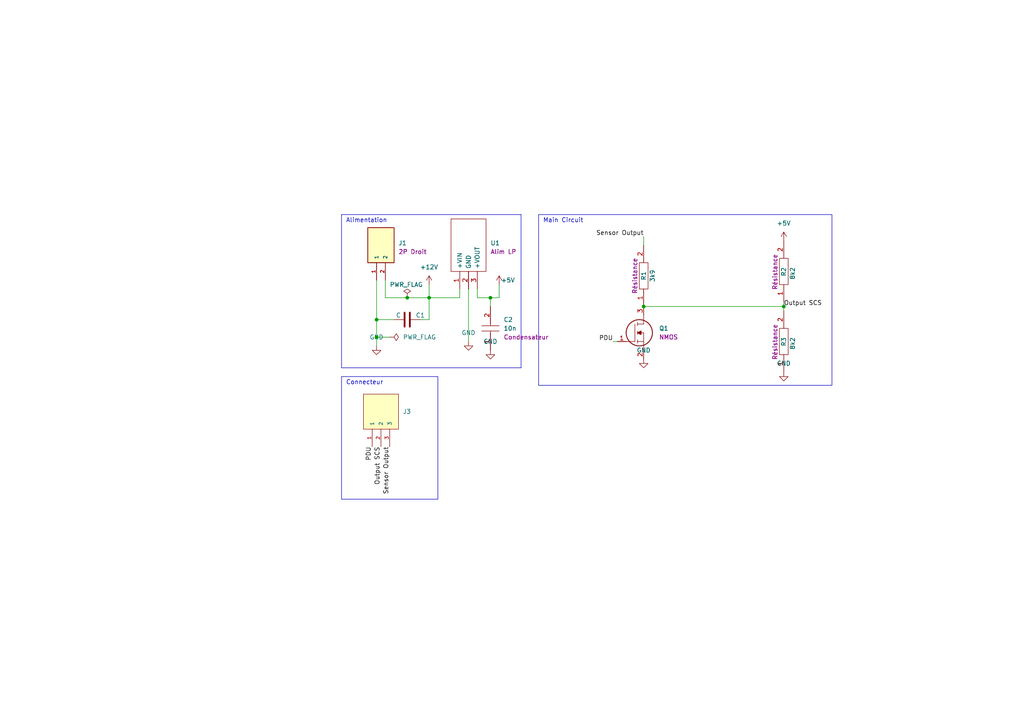
<source format=kicad_sch>
(kicad_sch (version 20231120) (generator "eeschema") (generator_version "8.0")
  (paper "A4")
  (lib_symbols
    (symbol "Device:C" (pin_numbers hide) (pin_names (offset 0.254))
      (property "Reference" "C" (at 0.635 2.54 0))
      (property "Value" "C" (at 0.635 -2.54 0))
      (symbol "C_0_1"
        (polyline (pts (xy -2.032 -0.762) (xy 2.032 -0.762)) (stroke (width 0.508)))
        (polyline (pts (xy -2.032 0.762) (xy 2.032 0.762)) (stroke (width 0.508)))
      )
      (symbol "C_1_1"
        (pin passive line (at 0 3.81 270) (length 2.794) (name "~") (number "1"))
        (pin passive line (at 0 -3.81 90) (length 2.794) (name "~") (number "2"))
      )
    )
    (symbol "EPSA_lib:2P Droit 2-11-2022" (pin_names (offset 1.016))
      (property "Reference" "J" (at 6.35 5.08 0))
      (property "Render Name" "2P Droit" (at 0 3.81 0))
      (symbol "2P Droit 2-11-2022_0_0"
        (rectangle (start -5.08 -5.08) (end 5.08 2.54) (stroke (width 0.254)) (fill (type background)))
        (pin passive line (at -10.16 0 0) (length 5.08) (name "1") (number "1"))
        (pin passive line (at -10.16 -2.54 0) (length 5.08) (name "2") (number "2"))
      )
    )
    (symbol "EPSA_lib:3P Droit 22-11-2032" (pin_names (offset 1.016))
      (property "Reference" "J" (at 0 -1.27 0))
      (symbol "3P Droit 22-11-2032_0_0"
        (rectangle (start -5.08 5.08) (end 5.08 -5.08) (stroke (width 0.1524)) (fill (type background)))
        (pin passive line (at -10.16 2.54 0) (length 5.08) (name "1") (number "1"))
        (pin passive line (at -10.16 0 0) (length 5.08) (name "2") (number "2"))
        (pin passive line (at -10.16 -2.54 0) (length 5.08) (name "3") (number "3"))
      )
    )
    (symbol "EPSA_lib:Alim LP TSR_0.5-2450" (pin_names (offset 0.762))
      (property "Reference" "U" (at 20.32 11.43 0))
      (property "Render Name" "Alim LP" (at 11.43 8.89 0))
      (symbol "Alim LP TSR_0.5-2450_0_0"
        (pin passive line (at -1.27 5.08 0) (length 5.08) (name "+VIN") (number "1"))
        (pin passive line (at -1.27 2.54 0) (length 5.08) (name "GND") (number "2"))
        (pin passive line (at -1.27 0 0) (length 5.08) (name "+VOUT") (number "3"))
      )
      (symbol "Alim LP TSR_0.5-2450_0_1"
        (polyline (pts (xy 3.81 7.62) (xy 19.05 7.62) (xy 19.05 -2.54) (xy 3.81 -2.54) (xy 3.81 7.62)) (stroke (width 0.1524)))
      )
    )
    (symbol "EPSA_lib:Condensateur 0805Y1000104JXT" (pin_names (offset 0.762))
      (property "Reference" "C" (at 1.5 -1.8 0))
      (property "Value" "10u" (at 11.43 -2.54 0))
      (property "Render Name" "Condensateur" (at 6.35 3.81 0))
      (symbol "Condensateur 0805Y1000104JXT_0_0"
        (pin passive line (at 0 0 0) (length 5.08) (name "~") (number "1"))
        (pin passive line (at 12.7 0 180) (length 5.08) (name "~") (number "2"))
      )
      (symbol "Condensateur 0805Y1000104JXT_0_1"
        (polyline (pts (xy 5.08 0) (xy 5.588 0)) (stroke (width 0.1524)))
        (polyline (pts (xy 5.588 2.54) (xy 5.588 -2.54)) (stroke (width 0.1524)))
        (polyline (pts (xy 7.112 0) (xy 7.62 0)) (stroke (width 0.1524)))
        (polyline (pts (xy 7.112 2.54) (xy 7.112 -2.54)) (stroke (width 0.1524)))
      )
    )
    (symbol "EPSA_lib:NMOS SQ2348ES-T1_GE3" (pin_names (offset 0.762))
      (property "Reference" "Q" (at 41.91 12.7 0))
      (property "Render Name" "NMOS" (at 15.875 0.635 0))
      (symbol "NMOS SQ2348ES-T1_GE3_0_0"
        (pin passive line (at 13.335 12.065 270) (length 2.54) (name "~") (number "1"))
        (pin passive line (at 8.255 4.445 0) (length 2.54) (name "~") (number "2"))
        (pin passive line (at 23.495 4.445 180) (length 2.54) (name "~") (number "3"))
      )
      (symbol "NMOS SQ2348ES-T1_GE3_0_1"
        (polyline (pts (xy 12.827 6.223) (xy 13.843 6.223)) (stroke (width 0.1524)))
        (polyline (pts (xy 13.335 6.223) (xy 13.335 4.445)) (stroke (width 0.1524)))
        (polyline (pts (xy 15.367 6.223) (xy 16.383 6.223)) (stroke (width 0.1524)))
        (polyline (pts (xy 15.875 4.445) (xy 10.795 4.445)) (stroke (width 0.1524)))
        (polyline (pts (xy 15.875 4.445) (xy 15.875 6.223)) (stroke (width 0.1524)))
        (polyline (pts (xy 18.415 4.445) (xy 18.415 6.223)) (stroke (width 0.1524)))
        (polyline (pts (xy 18.415 4.445) (xy 20.955 4.445)) (stroke (width 0.1524)))
        (polyline (pts (xy 18.923 6.223) (xy 17.907 6.223)) (stroke (width 0.1524)))
        (polyline (pts (xy 13.335 9.525) (xy 13.335 6.985) (xy 18.415 6.985)) (stroke (width 0.1524)))
        (polyline (pts (xy 15.875 6.223) (xy 16.383 5.207) (xy 15.367 5.207) (xy 15.875 6.223)) (stroke (width 0.254)) (fill (type outline)))
        (circle (center 15.875 5.715) (radius 3.81) (stroke (width 0.254)))
      )
    )
    (symbol "EPSA_lib:Résistance RK73H2BLTDD2152F" (pin_names (offset 0.762))
      (property "Reference" "R" (at 25.4 5.08 0))
      (property "Value" "10" (at 25.4 2.54 0))
      (property "Render Name" "Résistance" (at 8.89 2.54 0))
      (symbol "Résistance RK73H2BLTDD2152F_0_0"
        (pin passive line (at 0 0 0) (length 5.08) (name "~") (number "1"))
        (pin passive line (at 17.78 0 180) (length 5.08) (name "~") (number "2"))
      )
      (symbol "Résistance RK73H2BLTDD2152F_0_1"
        (polyline (pts (xy 5.08 1.27) (xy 12.7 1.27) (xy 12.7 -1.27) (xy 5.08 -1.27) (xy 5.08 1.27)) (stroke (width 0.1524)))
      )
    )
    (symbol "power:+12V" (power) (pin_names (offset 0))
      (property "Value" "+12V" (at 0 3.556 0))
      (symbol "+12V_0_1"
        (polyline (pts (xy -0.762 1.27) (xy 0 2.54)))
        (polyline (pts (xy 0 0) (xy 0 2.54)))
        (polyline (pts (xy 0 2.54) (xy 0.762 1.27)))
      )
      (symbol "+12V_1_1"
        (pin power_in line (at 0 0 90) (length 0) hide (name "+12V") (number "1"))
      )
    )
    (symbol "power:+5V" (power) (pin_names (offset 0))
      (property "Value" "+5V" (at 0 3.556 0))
      (symbol "+5V_0_1"
        (polyline (pts (xy -0.762 1.27) (xy 0 2.54)))
        (polyline (pts (xy 0 0) (xy 0 2.54)))
        (polyline (pts (xy 0 2.54) (xy 0.762 1.27)))
      )
      (symbol "+5V_1_1"
        (pin power_in line (at 0 0 90) (length 0) hide (name "+5V") (number "1"))
      )
    )
    (symbol "power:GND" (power) (pin_names (offset 0))
      (property "Value" "GND" (at 0 -3.81 0))
      (symbol "GND_0_1"
        (polyline (pts (xy 0 0) (xy 0 -1.27) (xy 1.27 -1.27) (xy 0 -2.54) (xy -1.27 -1.27) (xy 0 -1.27)))
      )
      (symbol "GND_1_1"
        (pin power_in line (at 0 0 270) (length 0) hide (name "GND") (number "1"))
      )
    )
    (symbol "power:PWR_FLAG" (power) (pin_numbers hide) (pin_names (offset 0) hide)
      (property "Value" "PWR_FLAG" (at 0 3.81 0))
      (symbol "PWR_FLAG_0_0"
        (pin power_out line (at 0 0 90) (length 0) (name "pwr") (number "1"))
      )
      (symbol "PWR_FLAG_0_1"
        (polyline (pts (xy 0 0) (xy 0 1.27) (xy -1.016 1.905) (xy 0 2.54) (xy 1.016 1.905) (xy 0 1.27)))
      )
    )
  )
  (junction (at 227.33 88.9))
  (junction (at 124.46 86.36))
  (junction (at 109.22 97.79))
  (junction (at 118.11 86.36))
  (junction (at 186.69 88.9))
  (junction (at 109.22 92.71))
  (junction (at 142.24 86.36))
  (wire (pts (xy 133.35 86.36) (xy 124.46 86.36)))
  (wire (pts (xy 121.92 92.71) (xy 124.46 92.71)))
  (wire (pts (xy 124.46 82.55) (xy 124.46 86.36)))
  (wire (pts (xy 111.76 81.28) (xy 111.76 86.36)))
  (polyline (pts (xy 151.13 62.23) (xy 99.06 62.23)))
  (wire (pts (xy 111.76 86.36) (xy 118.11 86.36)))
  (wire (pts (xy 109.22 92.71) (xy 114.3 92.71)))
  (polyline (pts (xy 151.13 106.68) (xy 151.13 62.23)))
  (wire (pts (xy 124.46 92.71) (xy 124.46 86.36)))
  (wire (pts (xy 142.24 86.36) (xy 144.78 86.36)))
  (wire (pts (xy 118.11 86.36) (xy 124.46 86.36)))
  (wire (pts (xy 144.78 86.36) (xy 144.78 82.55)))
  (wire (pts (xy 133.35 83.82) (xy 133.35 86.36)))
  (wire (pts (xy 138.43 86.36) (xy 142.24 86.36)))
  (polyline (pts (xy 99.06 62.23) (xy 99.06 106.68)))
  (wire (pts (xy 179.07 99.06) (xy 177.8 99.06)))
  (wire (pts (xy 109.22 100.33) (xy 109.22 97.79)))
  (wire (pts (xy 135.89 83.82) (xy 135.89 99.06)))
  (wire (pts (xy 186.69 88.9) (xy 227.33 88.9)))
  (wire (pts (xy 113.03 97.79) (xy 109.22 97.79)))
  (wire (pts (xy 227.33 87.63) (xy 227.33 88.9)))
  (wire (pts (xy 142.24 88.9) (xy 142.24 86.36)))
  (wire (pts (xy 186.69 68.58) (xy 186.69 71.12)))
  (wire (pts (xy 138.43 83.82) (xy 138.43 86.36)))
  (wire (pts (xy 109.22 81.28) (xy 109.22 92.71)))
  (wire (pts (xy 227.33 88.9) (xy 227.33 90.17)))
  (polyline (pts (xy 99.06 106.68) (xy 151.13 106.68)))
  (wire (pts (xy 109.22 92.71) (xy 109.22 97.79)))
  (rectangle (start 99.06 109.22) (end 127 144.78))
  (rectangle (start 156.21 62.23) (end 241.3 111.76))
  (text "Alimentation\n" (at 100.33 64.77 0) (effects (font (size 1.27 1.27)) (justify left bottom)))
  (text "Main Circuit" (at 157.48 64.77 0) (effects (font (size 1.27 1.27)) (justify left bottom)))
  (text "Connecteur" (at 100.33 111.76 0) (effects (font (size 1.27 1.27)) (justify left bottom)))
  (label "Sensor Output" (at 186.69 68.58 180))
  (label "Output SCS" (at 110.49 129.54 270))
  (label "PDU" (at 107.95 129.54 270))
  (label "PDU" (at 177.8 99.06 180))
  (label "Sensor Output" (at 113.03 129.54 270))
  (label "Output SCS" (at 227.33 88.9 0))
  (symbol (lib_id "power:GND") (at 109.22 100.33 0) (unit 1)
    (property "Reference" "#GND01" (effects (hide yes)))
    (property "Value" "GND" (at 109.22 97.79 0))
  )
  (symbol (lib_id "Device:C") (at 118.11 92.71 90) (unit 1)
    (property "Reference" "C1" (at 121.92 91.44 90))
    (property "Value" "C" (at 115.57 91.44 90))
    (property "Footprint" "Capacitor_THT:CP_Radial_D5.0mm_P2.00mm" (effects (hide yes)))
  )
  (symbol (lib_id "EPSA_lib:Condensateur 0805Y1000104JXT") (at 142.24 101.6 90) (unit 1)
    (property "Reference" "C2" (at 146.05 92.71 90) (effects (justify right)))
    (property "Value" "10n" (at 146.05 95.25 90) (effects (justify right)))
    (property "Footprint" "EPSA_lib:CAPC2012X130N" (effects (hide yes)))
    (property "Datasheet" "http://docs-europe.electrocomponents.com/webdocs/119d/0900766b8119d7bc.pdf" (effects (hide yes)))
    (property "Description" "Syfer 0805 Ceramic Chip Capacitors" (effects (hide yes)))
    (property "Sim.Pins" "1=+ 2=-" (effects (hide yes)))
    (property "Sim.Device" "C" (effects (hide yes)))
    (property "Height" "1.3" (effects (hide yes)))
    (property "Manufacturer_Name" "Syfer" (effects (hide yes)))
    (property "Manufacturer_Part_Number" "0805Y1000104JXT" (effects (hide yes)))
    (property "Render Name" "Condensateur" (at 146.05 97.79 90) (effects (justify right)))
  )
  (symbol (lib_id "EPSA_lib:Résistance RK73H2BLTDD2152F") (at 227.33 107.95 270) (mirror x) (unit 1)
    (property "Reference" "R3" (at 227.33 97.79 0) (effects (justify right)))
    (property "Value" "8k2" (at 229.87 97.79 0) (effects (justify right)))
    (property "Footprint" "EPSA_lib:RESC3216X70N" (effects (hide yes)))
    (property "Datasheet" "http://www.koaspeer.com/catimages/Products/RK73H/RK73H.pdf" (effects (hide yes)))
    (property "Description" "Thick Film Resistors - SMD" (effects (hide yes)))
    (property "Sim.Pins" "1=+ 2=-" (effects (hide yes)))
    (property "Sim.Device" "R" (effects (hide yes)))
    (property "Height" "0.7" (effects (hide yes)))
    (property "Manufacturer_Name" "KOA Speer" (effects (hide yes)))
    (property "Manufacturer_Part_Number" "RK73H2BLTDD2152F" (effects (hide yes)))
    (property "Mouser Part Number" "N/A" (effects (hide yes)))
    (property "Mouser Price/Stock" "https://www.mouser.co.uk/ProductDetail/KOA-Speer/RK73H2BLTDD2152F?qs=WeIALVmW3zmyxMFsjVzMRw%3D%3D" (effects (hide yes)))
    (property "Render Name" "Résistance" (at 224.79 93.98 0) (effects (justify right)))
  )
  (symbol (lib_id "EPSA_lib:Alim LP TSR_0.5-2450") (at 138.43 82.55 90) (unit 1) (exclude_from_sim yes)
    (property "Reference" "U1" (at 142.24 70.485 90) (effects (justify right)))
    (property "Value" "Alim LP TSR_0.5-2450" (effects (hide yes)))
    (property "Footprint" "EPSA_lib:TSR-0.5-2433" (effects (hide yes)))
    (property "Datasheet" "https://tracopower.com/tsr0-5-datasheet/" (effects (hide yes)))
    (property "Description" "0.5 Amp POL switching regulator, 4.75 to -32 VDC input, pos.-pos. circuit, LM78 compatible, SIP-3" (effects (hide yes)))
    (property "Sim.Pins" "1=1 2=2 3=3" (effects (hide yes)))
    (property "Sim.Device" "SPICE" (effects (hide yes)))
    (property "Sim.Params" "type=\"R\" model=\"Alim LP TSR_0.5-2450\" lib=\"\"" (effects (hide yes)))
    (property "Manufacturer_Name" "Traco Power" (effects (hide yes)))
    (property "Manufacturer_Part_Number" "TSR 0.5-2450" (effects (hide yes)))
    (property "Mouser Part Number" "495-TSR0.5-2450" (effects (hide yes)))
    (property "Mouser Price/Stock" "https://www.mouser.co.uk/ProductDetail/TRACO-Power/TSR-0.5-2450?qs=ckJk83FOD0XpEgQBSwF%2FIw%3D%3D" (effects (hide yes)))
    (property "Arrow Part Number" "TSR 0.5-2450" (effects (hide yes)))
    (property "Arrow Price/Stock" "https://www.arrow.com/en/products/tsr0.5-2450/traco-electronic-ag?region=europe" (effects (hide yes)))
    (property "Render Name" "Alim LP" (at 142.24 73.025 90) (effects (justify right)))
  )
  (symbol (lib_id "EPSA_lib:NMOS SQ2348ES-T1_GE3") (at 191.135 112.395 90) (unit 1)
    (property "Reference" "Q1" (at 191.135 95.2499 90) (effects (justify right)))
    (property "Value" "NMOS SQ2348ES-T1_GE3" (effects (hide yes)))
    (property "Footprint" "EPSA_lib:SOT95P237X112-3N" (effects (hide yes)))
    (property "Datasheet" "http://www.vishay.com/docs/63706/sq2348es.pdf" (effects (hide yes)))
    (property "Description" "VISHAY - SQ2348ES-T1_GE3 - MOSFET, AEC-Q101, N-CH, 30V, SOT-23" (effects (hide yes)))
    (property "Sim.Pins" "3=1 1=2 2=3" (effects (hide yes)))
    (property "Sim.Device" "SPICE" (effects (hide yes)))
    (property "Sim.Params" "type=\"X\" model=\"SQ2348ES\" lib=\"${EPSA_lib}\\SpiceModel\\NMOS_SQ2348ES_PS Rev A.LIB\"" (effects (hide yes)))
    (property "Height" "1.12" (effects (hide yes)))
    (property "Manufacturer_Name" "Vishay" (effects (hide yes)))
    (property "Manufacturer_Part_Number" "SQ2348ES-T1_GE3" (effects (hide yes)))
    (property "Mouser Part Number" "781-SQ2348ES-T1_GE3" (effects (hide yes)))
    (property "Mouser Price/Stock" "https://www.mouser.co.uk/ProductDetail/Vishay-Siliconix/SQ2348ES-T1_GE3?qs=jHkklCh7amgC88blremf%252Bw%3D%3D" (effects (hide yes)))
    (property "Render Name" "NMOS" (at 191.135 97.7899 90) (effects (justify right)))
  )
  (symbol (lib_id "power:+5V") (at 144.78 82.55 0) (unit 1)
    (property "Reference" "#PWR02" (effects (hide yes)))
    (property "Value" "+5V" (at 147.32 81.28 0))
  )
  (symbol (lib_id "power:GND") (at 142.24 101.6 0) (unit 1)
    (property "Reference" "#GND03" (effects (hide yes)))
    (property "Value" "GND" (at 142.24 99.06 0))
  )
  (symbol (lib_id "power:+12V") (at 124.46 82.55 0) (unit 1)
    (property "Reference" "#PWR01" (effects (hide yes)))
    (property "Value" "+12V" (at 124.46 77.47 0))
  )
  (symbol (lib_id "power:GND") (at 227.33 107.95 0) (mirror y) (unit 1)
    (property "Reference" "#GND04" (effects (hide yes)))
    (property "Value" "GND" (at 227.33 105.41 0))
  )
  (symbol (lib_id "power:GND") (at 186.69 104.14 0) (unit 1)
    (property "Reference" "#GND05" (effects (hide yes)))
    (property "Value" "GND" (at 186.69 101.6 0))
  )
  (symbol (lib_id "power:PWR_FLAG") (at 118.11 86.36 0) (unit 1)
    (property "Reference" "#FLG02" (effects (hide yes)))
    (property "Value" "PWR_FLAG" (at 113.03 82.55 0) (effects (justify left)))
  )
  (symbol (lib_id "EPSA_lib:Résistance RK73H2BLTDD2152F") (at 186.69 88.9 270) (mirror x) (unit 1)
    (property "Reference" "R1" (at 186.69 80.01 0))
    (property "Value" "3k9" (at 189.23 80.01 0))
    (property "Footprint" "EPSA_lib:RESC3216X70N" (effects (hide yes)))
    (property "Datasheet" "http://www.koaspeer.com/catimages/Products/RK73H/RK73H.pdf" (effects (hide yes)))
    (property "Description" "Thick Film Resistors - SMD" (effects (hide yes)))
    (property "Sim.Pins" "1=+ 2=-" (effects (hide yes)))
    (property "Sim.Device" "R" (effects (hide yes)))
    (property "Height" "0.7" (effects (hide yes)))
    (property "Manufacturer_Name" "KOA Speer" (effects (hide yes)))
    (property "Manufacturer_Part_Number" "RK73H2BLTDD2152F" (effects (hide yes)))
    (property "Mouser Part Number" "N/A" (effects (hide yes)))
    (property "Mouser Price/Stock" "https://www.mouser.co.uk/ProductDetail/KOA-Speer/RK73H2BLTDD2152F?qs=WeIALVmW3zmyxMFsjVzMRw%3D%3D" (effects (hide yes)))
    (property "Render Name" "Résistance" (at 184.15 80.01 0))
  )
  (symbol (lib_id "power:+5V") (at 227.33 69.85 0) (mirror y) (unit 1)
    (property "Reference" "#PWR03" (effects (hide yes)))
    (property "Value" "+5V" (at 227.33 64.77 0))
  )
  (symbol (lib_id "EPSA_lib:2P Droit 2-11-2022") (at 109.22 71.12 90) (unit 1) (exclude_from_sim yes)
    (property "Reference" "J1" (at 115.57 70.485 90) (effects (justify right)))
    (property "Value" "2P Droit 2-11-2022" (effects (hide yes)))
    (property "Footprint" "EPSA_lib:MOLEX_22-11-2022" (effects (hide yes)))
    (property "Sim.Pins" "1=1 2=2" (effects (hide yes)))
    (property "Sim.Device" "SPICE" (effects (hide yes)))
    (property "Sim.Params" "type=\"J\" model=\"22-11-2022\" lib=\"\"" (effects (hide yes)))
    (property "MAXIMUM_PACKAGE_HEIGHT" "10.66mm" (effects (hide yes)))
    (property "PARTREV" "BD8" (effects (hide yes)))
    (property "STANDARD" "Manufacturer Recommendations" (effects (hide yes)))
    (property "MANUFACTURER" "Molex" (effects (hide yes)))
    (property "Render Name" "2P Droit" (at 115.57 73.025 90) (effects (justify right)))
  )
  (symbol (lib_id "power:GND") (at 135.89 99.06 0) (unit 1)
    (property "Reference" "#GND02" (effects (hide yes)))
    (property "Value" "GND" (at 135.89 96.52 0))
  )
  (symbol (lib_id "EPSA_lib:3P Droit 22-11-2032") (at 110.49 119.38 90) (unit 1)
    (property "Reference" "J3" (at 116.84 119.3799 90) (effects (justify right)))
    (property "Value" "3P Droit 22-11-2032" (effects (hide yes)))
    (property "Footprint" "EPSA_lib:MOLEX_22-11-2032" (effects (hide yes)))
    (property "Datasheet" "https://www.molex.com/en-us/products/part-detail/22112032?display=pdf" (effects (hide yes)))
    (property "Height" "10.66mm" (effects (hide yes)))
    (property "Render Name" "3P Droit" (effects (hide yes)))
    (property "Manufacturer_Name" "Molex" (effects (hide yes)))
    (property "Manufacturer_Part_Number" "22-11-2032" (effects (hide yes)))
    (property "Mouser Part Number" "538-22-11-2032" (effects (hide yes)))
    (property "Mouser Price/Stock" "https://www.mouser.fr/ProductDetail/Molex/22-11-2032?qs=KHty%2FoMxDPke3knj%252BlB5Gw%3D%3D" (effects (hide yes)))
  )
  (symbol (lib_id "power:PWR_FLAG") (at 113.03 97.79 270) (unit 1)
    (property "Reference" "#FLG01" (effects (hide yes)))
    (property "Value" "PWR_FLAG" (at 116.84 97.7899 90) (effects (justify left)))
  )
  (symbol (lib_id "EPSA_lib:Résistance RK73H2BLTDD2152F") (at 227.33 87.63 270) (mirror x) (unit 1)
    (property "Reference" "R2" (at 227.33 77.47 0) (effects (justify right)))
    (property "Value" "8k2" (at 229.87 77.47 0) (effects (justify right)))
    (property "Footprint" "EPSA_lib:RESC3216X70N" (effects (hide yes)))
    (property "Datasheet" "http://www.koaspeer.com/catimages/Products/RK73H/RK73H.pdf" (effects (hide yes)))
    (property "Description" "Thick Film Resistors - SMD" (effects (hide yes)))
    (property "Sim.Pins" "1=+ 2=-" (effects (hide yes)))
    (property "Sim.Device" "R" (effects (hide yes)))
    (property "Height" "0.7" (effects (hide yes)))
    (property "Manufacturer_Name" "KOA Speer" (effects (hide yes)))
    (property "Manufacturer_Part_Number" "RK73H2BLTDD2152F" (effects (hide yes)))
    (property "Mouser Part Number" "N/A" (effects (hide yes)))
    (property "Mouser Price/Stock" "https://www.mouser.co.uk/ProductDetail/KOA-Speer/RK73H2BLTDD2152F?qs=WeIALVmW3zmyxMFsjVzMRw%3D%3D" (effects (hide yes)))
    (property "Render Name" "Résistance" (at 224.79 73.66 0) (effects (justify right)))
  )
)
</source>
